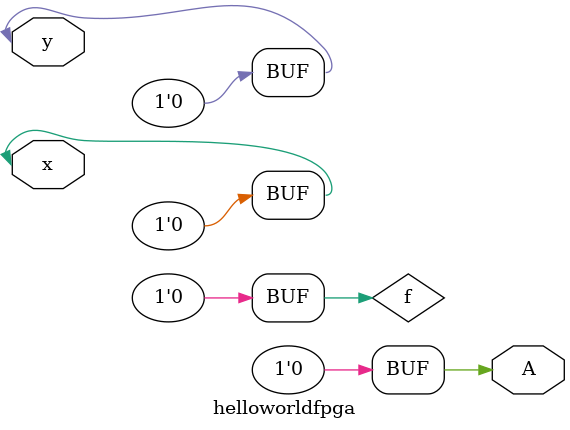
<source format=v>
module helloworldfpga(

	input  wire x,
	input  wire y,
	output wire A,
    );
   assign x=0;
   assign y=0;
   assign A=0;
    
    always @(*)
    begin
    f=(x&!y)|(!x&y);
    end
    endmodule

</source>
